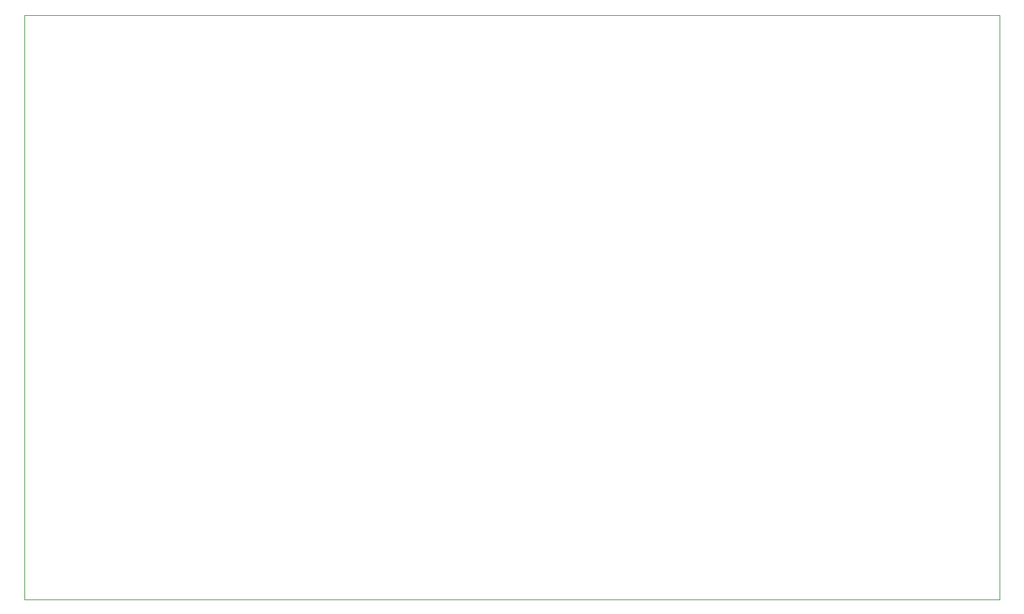
<source format=gbr>
G04 #@! TF.GenerationSoftware,KiCad,Pcbnew,5.1.5+dfsg1-2build2*
G04 #@! TF.CreationDate,2021-04-12T07:14:12+01:00*
G04 #@! TF.ProjectId,alarm_sensors,616c6172-6d5f-4736-956e-736f72732e6b,rev?*
G04 #@! TF.SameCoordinates,Original*
G04 #@! TF.FileFunction,Profile,NP*
%FSLAX46Y46*%
G04 Gerber Fmt 4.6, Leading zero omitted, Abs format (unit mm)*
G04 Created by KiCad (PCBNEW 5.1.5+dfsg1-2build2) date 2021-04-12 07:14:12*
%MOMM*%
%LPD*%
G04 APERTURE LIST*
%ADD10C,0.050000*%
G04 APERTURE END LIST*
D10*
X205000000Y-60000000D02*
X80000000Y-60000000D01*
X205000000Y-135000000D02*
X205000000Y-60000000D01*
X80000000Y-135000000D02*
X205000000Y-135000000D01*
X80000000Y-60000000D02*
X80000000Y-135000000D01*
M02*

</source>
